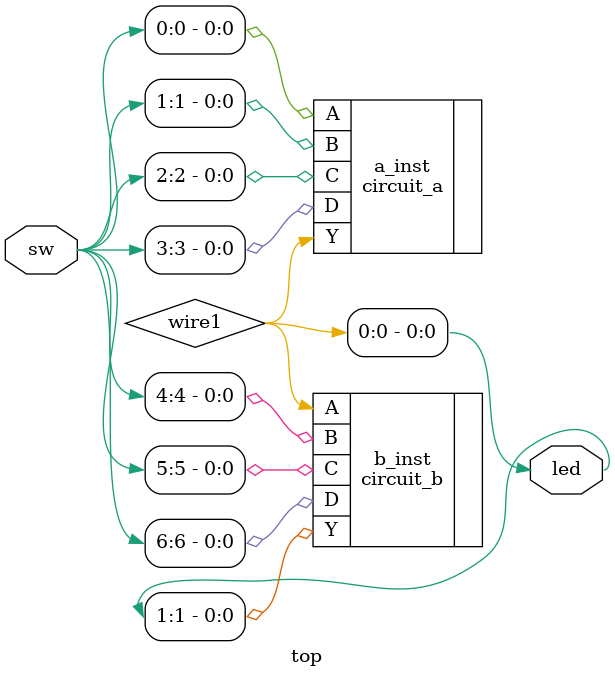
<source format=v>
module top(
    input [6:0]sw,
    output [1:0]led
);

wire wire1;

circuit_a a_inst(
    .A(sw[0]),
    .B(sw[1]),
    .C(sw[2]),
    .D(sw[3]),
    .Y(wire1)
);

assign led[0] = wire1;


circuit_b b_inst(
    .A(wire1),
    .B(sw[4]),
    .C(sw[5]),
    .D(sw[6]),
    .Y(led[1])
    
);

endmodule
</source>
